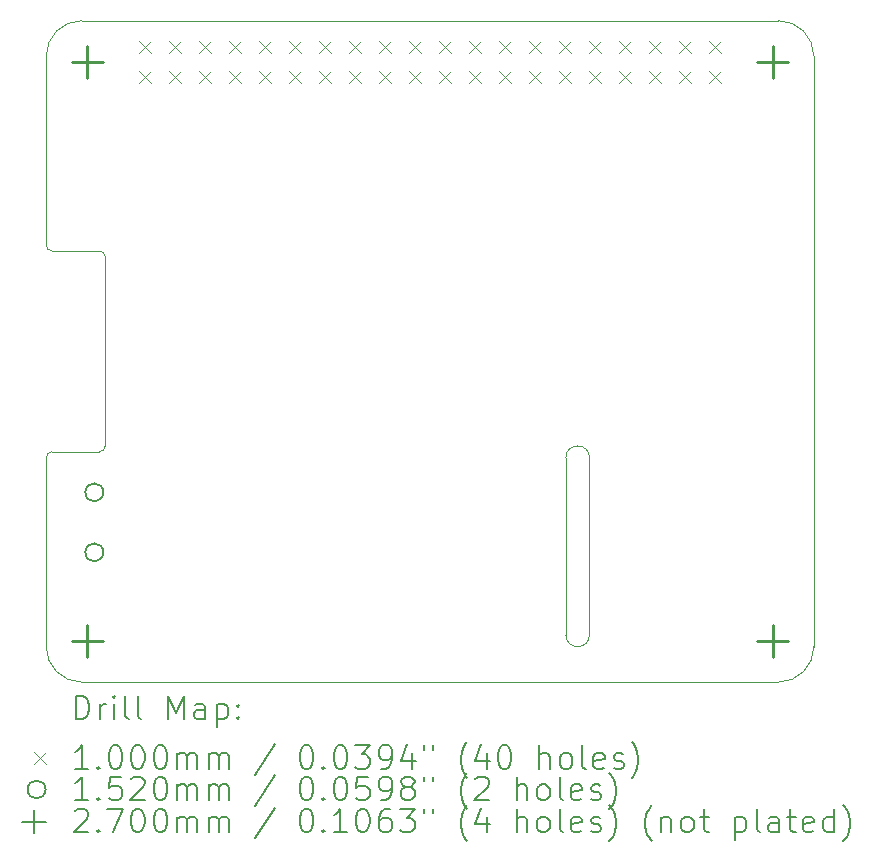
<source format=gbr>
%FSLAX45Y45*%
G04 Gerber Fmt 4.5, Leading zero omitted, Abs format (unit mm)*
G04 Created by KiCad (PCBNEW (6.0.0)) date 2022-03-06 11:06:10*
%MOMM*%
%LPD*%
G01*
G04 APERTURE LIST*
%TA.AperFunction,Profile*%
%ADD10C,0.100000*%
%TD*%
%ADD11C,0.200000*%
%ADD12C,0.100000*%
%ADD13C,0.152000*%
%ADD14C,0.270000*%
G04 APERTURE END LIST*
D10*
X4600000Y1900000D02*
G75*
G03*
X4400000Y1900000I-100000J0D01*
G01*
X6500000Y5300000D02*
G75*
G03*
X6200000Y5600000I-300000J0D01*
G01*
X450000Y1950000D02*
X50000Y1950000D01*
X0Y1900000D02*
X0Y300000D01*
X500000Y3600000D02*
X500000Y2000000D01*
X6200000Y5600000D02*
X300000Y5600000D01*
X49913Y1950000D02*
G75*
G03*
X0Y1900000I87J-50000D01*
G01*
X4600000Y1900000D02*
X4600000Y400000D01*
X450000Y1950000D02*
G75*
G03*
X500000Y2000000I0J50000D01*
G01*
X300000Y0D02*
X6200000Y0D01*
X300000Y5600000D02*
G75*
G03*
X0Y5300000I0J-300000D01*
G01*
X0Y3700000D02*
G75*
G03*
X50000Y3650000I50000J0D01*
G01*
X4400000Y400000D02*
G75*
G03*
X4600000Y400000I100000J0D01*
G01*
X0Y300000D02*
G75*
G03*
X300000Y0I300000J0D01*
G01*
X500000Y3600000D02*
G75*
G03*
X450000Y3650000I-50000J0D01*
G01*
X6200000Y0D02*
G75*
G03*
X6500000Y300000I0J300000D01*
G01*
X6500000Y300000D02*
X6500000Y5300000D01*
X0Y5300000D02*
X0Y3700000D01*
X50000Y3650000D02*
X450000Y3650000D01*
X4400000Y400000D02*
X4400000Y1900000D01*
D11*
D12*
X787000Y5427000D02*
X887000Y5327000D01*
X887000Y5427000D02*
X787000Y5327000D01*
X787000Y5173000D02*
X887000Y5073000D01*
X887000Y5173000D02*
X787000Y5073000D01*
X1041000Y5427000D02*
X1141000Y5327000D01*
X1141000Y5427000D02*
X1041000Y5327000D01*
X1041000Y5173000D02*
X1141000Y5073000D01*
X1141000Y5173000D02*
X1041000Y5073000D01*
X1295000Y5427000D02*
X1395000Y5327000D01*
X1395000Y5427000D02*
X1295000Y5327000D01*
X1295000Y5173000D02*
X1395000Y5073000D01*
X1395000Y5173000D02*
X1295000Y5073000D01*
X1549000Y5427000D02*
X1649000Y5327000D01*
X1649000Y5427000D02*
X1549000Y5327000D01*
X1549000Y5173000D02*
X1649000Y5073000D01*
X1649000Y5173000D02*
X1549000Y5073000D01*
X1803000Y5427000D02*
X1903000Y5327000D01*
X1903000Y5427000D02*
X1803000Y5327000D01*
X1803000Y5173000D02*
X1903000Y5073000D01*
X1903000Y5173000D02*
X1803000Y5073000D01*
X2057000Y5427000D02*
X2157000Y5327000D01*
X2157000Y5427000D02*
X2057000Y5327000D01*
X2057000Y5173000D02*
X2157000Y5073000D01*
X2157000Y5173000D02*
X2057000Y5073000D01*
X2311000Y5427000D02*
X2411000Y5327000D01*
X2411000Y5427000D02*
X2311000Y5327000D01*
X2311000Y5173000D02*
X2411000Y5073000D01*
X2411000Y5173000D02*
X2311000Y5073000D01*
X2565000Y5427000D02*
X2665000Y5327000D01*
X2665000Y5427000D02*
X2565000Y5327000D01*
X2565000Y5173000D02*
X2665000Y5073000D01*
X2665000Y5173000D02*
X2565000Y5073000D01*
X2819000Y5427000D02*
X2919000Y5327000D01*
X2919000Y5427000D02*
X2819000Y5327000D01*
X2819000Y5173000D02*
X2919000Y5073000D01*
X2919000Y5173000D02*
X2819000Y5073000D01*
X3073000Y5427000D02*
X3173000Y5327000D01*
X3173000Y5427000D02*
X3073000Y5327000D01*
X3073000Y5173000D02*
X3173000Y5073000D01*
X3173000Y5173000D02*
X3073000Y5073000D01*
X3327000Y5427000D02*
X3427000Y5327000D01*
X3427000Y5427000D02*
X3327000Y5327000D01*
X3327000Y5173000D02*
X3427000Y5073000D01*
X3427000Y5173000D02*
X3327000Y5073000D01*
X3581000Y5427000D02*
X3681000Y5327000D01*
X3681000Y5427000D02*
X3581000Y5327000D01*
X3581000Y5173000D02*
X3681000Y5073000D01*
X3681000Y5173000D02*
X3581000Y5073000D01*
X3835000Y5427000D02*
X3935000Y5327000D01*
X3935000Y5427000D02*
X3835000Y5327000D01*
X3835000Y5173000D02*
X3935000Y5073000D01*
X3935000Y5173000D02*
X3835000Y5073000D01*
X4089000Y5427000D02*
X4189000Y5327000D01*
X4189000Y5427000D02*
X4089000Y5327000D01*
X4089000Y5173000D02*
X4189000Y5073000D01*
X4189000Y5173000D02*
X4089000Y5073000D01*
X4343000Y5427000D02*
X4443000Y5327000D01*
X4443000Y5427000D02*
X4343000Y5327000D01*
X4343000Y5173000D02*
X4443000Y5073000D01*
X4443000Y5173000D02*
X4343000Y5073000D01*
X4597000Y5427000D02*
X4697000Y5327000D01*
X4697000Y5427000D02*
X4597000Y5327000D01*
X4597000Y5173000D02*
X4697000Y5073000D01*
X4697000Y5173000D02*
X4597000Y5073000D01*
X4851000Y5427000D02*
X4951000Y5327000D01*
X4951000Y5427000D02*
X4851000Y5327000D01*
X4851000Y5173000D02*
X4951000Y5073000D01*
X4951000Y5173000D02*
X4851000Y5073000D01*
X5105000Y5427000D02*
X5205000Y5327000D01*
X5205000Y5427000D02*
X5105000Y5327000D01*
X5105000Y5173000D02*
X5205000Y5073000D01*
X5205000Y5173000D02*
X5105000Y5073000D01*
X5359000Y5427000D02*
X5459000Y5327000D01*
X5459000Y5427000D02*
X5359000Y5327000D01*
X5359000Y5173000D02*
X5459000Y5073000D01*
X5459000Y5173000D02*
X5359000Y5073000D01*
X5613000Y5427000D02*
X5713000Y5327000D01*
X5713000Y5427000D02*
X5613000Y5327000D01*
X5613000Y5173000D02*
X5713000Y5073000D01*
X5713000Y5173000D02*
X5613000Y5073000D01*
D13*
X483500Y1606500D02*
G75*
G03*
X483500Y1606500I-76000J0D01*
G01*
X483500Y1098500D02*
G75*
G03*
X483500Y1098500I-76000J0D01*
G01*
D14*
X350000Y5385000D02*
X350000Y5115000D01*
X215000Y5250000D02*
X485000Y5250000D01*
X350000Y485000D02*
X350000Y215000D01*
X215000Y350000D02*
X485000Y350000D01*
X6150000Y5385000D02*
X6150000Y5115000D01*
X6015000Y5250000D02*
X6285000Y5250000D01*
X6150000Y485000D02*
X6150000Y215000D01*
X6015000Y350000D02*
X6285000Y350000D01*
D11*
X252619Y-315476D02*
X252619Y-115476D01*
X300238Y-115476D01*
X328810Y-125000D01*
X347857Y-144048D01*
X357381Y-163095D01*
X366905Y-201190D01*
X366905Y-229762D01*
X357381Y-267857D01*
X347857Y-286905D01*
X328810Y-305952D01*
X300238Y-315476D01*
X252619Y-315476D01*
X452619Y-315476D02*
X452619Y-182143D01*
X452619Y-220238D02*
X462143Y-201190D01*
X471667Y-191667D01*
X490714Y-182143D01*
X509762Y-182143D01*
X576429Y-315476D02*
X576429Y-182143D01*
X576429Y-115476D02*
X566905Y-125000D01*
X576429Y-134524D01*
X585952Y-125000D01*
X576429Y-115476D01*
X576429Y-134524D01*
X700238Y-315476D02*
X681190Y-305952D01*
X671667Y-286905D01*
X671667Y-115476D01*
X805000Y-315476D02*
X785952Y-305952D01*
X776428Y-286905D01*
X776428Y-115476D01*
X1033571Y-315476D02*
X1033571Y-115476D01*
X1100238Y-258333D01*
X1166905Y-115476D01*
X1166905Y-315476D01*
X1347857Y-315476D02*
X1347857Y-210714D01*
X1338333Y-191667D01*
X1319286Y-182143D01*
X1281190Y-182143D01*
X1262143Y-191667D01*
X1347857Y-305952D02*
X1328810Y-315476D01*
X1281190Y-315476D01*
X1262143Y-305952D01*
X1252619Y-286905D01*
X1252619Y-267857D01*
X1262143Y-248809D01*
X1281190Y-239286D01*
X1328810Y-239286D01*
X1347857Y-229762D01*
X1443095Y-182143D02*
X1443095Y-382143D01*
X1443095Y-191667D02*
X1462143Y-182143D01*
X1500238Y-182143D01*
X1519286Y-191667D01*
X1528809Y-201190D01*
X1538333Y-220238D01*
X1538333Y-277381D01*
X1528809Y-296429D01*
X1519286Y-305952D01*
X1500238Y-315476D01*
X1462143Y-315476D01*
X1443095Y-305952D01*
X1624048Y-296429D02*
X1633571Y-305952D01*
X1624048Y-315476D01*
X1614524Y-305952D01*
X1624048Y-296429D01*
X1624048Y-315476D01*
X1624048Y-191667D02*
X1633571Y-201190D01*
X1624048Y-210714D01*
X1614524Y-201190D01*
X1624048Y-191667D01*
X1624048Y-210714D01*
D12*
X-105000Y-595000D02*
X-5000Y-695000D01*
X-5000Y-595000D02*
X-105000Y-695000D01*
D11*
X357381Y-735476D02*
X243095Y-735476D01*
X300238Y-735476D02*
X300238Y-535476D01*
X281190Y-564048D01*
X262143Y-583095D01*
X243095Y-592619D01*
X443095Y-716428D02*
X452619Y-725952D01*
X443095Y-735476D01*
X433571Y-725952D01*
X443095Y-716428D01*
X443095Y-735476D01*
X576429Y-535476D02*
X595476Y-535476D01*
X614524Y-545000D01*
X624048Y-554524D01*
X633571Y-573571D01*
X643095Y-611667D01*
X643095Y-659286D01*
X633571Y-697381D01*
X624048Y-716428D01*
X614524Y-725952D01*
X595476Y-735476D01*
X576429Y-735476D01*
X557381Y-725952D01*
X547857Y-716428D01*
X538333Y-697381D01*
X528810Y-659286D01*
X528810Y-611667D01*
X538333Y-573571D01*
X547857Y-554524D01*
X557381Y-545000D01*
X576429Y-535476D01*
X766905Y-535476D02*
X785952Y-535476D01*
X805000Y-545000D01*
X814524Y-554524D01*
X824048Y-573571D01*
X833571Y-611667D01*
X833571Y-659286D01*
X824048Y-697381D01*
X814524Y-716428D01*
X805000Y-725952D01*
X785952Y-735476D01*
X766905Y-735476D01*
X747857Y-725952D01*
X738333Y-716428D01*
X728809Y-697381D01*
X719286Y-659286D01*
X719286Y-611667D01*
X728809Y-573571D01*
X738333Y-554524D01*
X747857Y-545000D01*
X766905Y-535476D01*
X957381Y-535476D02*
X976428Y-535476D01*
X995476Y-545000D01*
X1005000Y-554524D01*
X1014524Y-573571D01*
X1024048Y-611667D01*
X1024048Y-659286D01*
X1014524Y-697381D01*
X1005000Y-716428D01*
X995476Y-725952D01*
X976428Y-735476D01*
X957381Y-735476D01*
X938333Y-725952D01*
X928809Y-716428D01*
X919286Y-697381D01*
X909762Y-659286D01*
X909762Y-611667D01*
X919286Y-573571D01*
X928809Y-554524D01*
X938333Y-545000D01*
X957381Y-535476D01*
X1109762Y-735476D02*
X1109762Y-602143D01*
X1109762Y-621190D02*
X1119286Y-611667D01*
X1138333Y-602143D01*
X1166905Y-602143D01*
X1185952Y-611667D01*
X1195476Y-630714D01*
X1195476Y-735476D01*
X1195476Y-630714D02*
X1205000Y-611667D01*
X1224048Y-602143D01*
X1252619Y-602143D01*
X1271667Y-611667D01*
X1281190Y-630714D01*
X1281190Y-735476D01*
X1376429Y-735476D02*
X1376429Y-602143D01*
X1376429Y-621190D02*
X1385952Y-611667D01*
X1405000Y-602143D01*
X1433571Y-602143D01*
X1452619Y-611667D01*
X1462143Y-630714D01*
X1462143Y-735476D01*
X1462143Y-630714D02*
X1471667Y-611667D01*
X1490714Y-602143D01*
X1519286Y-602143D01*
X1538333Y-611667D01*
X1547857Y-630714D01*
X1547857Y-735476D01*
X1938333Y-525952D02*
X1766905Y-783095D01*
X2195476Y-535476D02*
X2214524Y-535476D01*
X2233571Y-545000D01*
X2243095Y-554524D01*
X2252619Y-573571D01*
X2262143Y-611667D01*
X2262143Y-659286D01*
X2252619Y-697381D01*
X2243095Y-716428D01*
X2233571Y-725952D01*
X2214524Y-735476D01*
X2195476Y-735476D01*
X2176429Y-725952D01*
X2166905Y-716428D01*
X2157381Y-697381D01*
X2147857Y-659286D01*
X2147857Y-611667D01*
X2157381Y-573571D01*
X2166905Y-554524D01*
X2176429Y-545000D01*
X2195476Y-535476D01*
X2347857Y-716428D02*
X2357381Y-725952D01*
X2347857Y-735476D01*
X2338333Y-725952D01*
X2347857Y-716428D01*
X2347857Y-735476D01*
X2481190Y-535476D02*
X2500238Y-535476D01*
X2519286Y-545000D01*
X2528810Y-554524D01*
X2538333Y-573571D01*
X2547857Y-611667D01*
X2547857Y-659286D01*
X2538333Y-697381D01*
X2528810Y-716428D01*
X2519286Y-725952D01*
X2500238Y-735476D01*
X2481190Y-735476D01*
X2462143Y-725952D01*
X2452619Y-716428D01*
X2443095Y-697381D01*
X2433571Y-659286D01*
X2433571Y-611667D01*
X2443095Y-573571D01*
X2452619Y-554524D01*
X2462143Y-545000D01*
X2481190Y-535476D01*
X2614524Y-535476D02*
X2738333Y-535476D01*
X2671667Y-611667D01*
X2700238Y-611667D01*
X2719286Y-621190D01*
X2728810Y-630714D01*
X2738333Y-649762D01*
X2738333Y-697381D01*
X2728810Y-716428D01*
X2719286Y-725952D01*
X2700238Y-735476D01*
X2643095Y-735476D01*
X2624048Y-725952D01*
X2614524Y-716428D01*
X2833571Y-735476D02*
X2871667Y-735476D01*
X2890714Y-725952D01*
X2900238Y-716428D01*
X2919286Y-687857D01*
X2928809Y-649762D01*
X2928809Y-573571D01*
X2919286Y-554524D01*
X2909762Y-545000D01*
X2890714Y-535476D01*
X2852619Y-535476D01*
X2833571Y-545000D01*
X2824048Y-554524D01*
X2814524Y-573571D01*
X2814524Y-621190D01*
X2824048Y-640238D01*
X2833571Y-649762D01*
X2852619Y-659286D01*
X2890714Y-659286D01*
X2909762Y-649762D01*
X2919286Y-640238D01*
X2928809Y-621190D01*
X3100238Y-602143D02*
X3100238Y-735476D01*
X3052619Y-525952D02*
X3005000Y-668810D01*
X3128809Y-668810D01*
X3195476Y-535476D02*
X3195476Y-573571D01*
X3271667Y-535476D02*
X3271667Y-573571D01*
X3566905Y-811667D02*
X3557381Y-802143D01*
X3538333Y-773571D01*
X3528809Y-754524D01*
X3519286Y-725952D01*
X3509762Y-678333D01*
X3509762Y-640238D01*
X3519286Y-592619D01*
X3528809Y-564048D01*
X3538333Y-545000D01*
X3557381Y-516428D01*
X3566905Y-506905D01*
X3728809Y-602143D02*
X3728809Y-735476D01*
X3681190Y-525952D02*
X3633571Y-668810D01*
X3757381Y-668810D01*
X3871667Y-535476D02*
X3890714Y-535476D01*
X3909762Y-545000D01*
X3919286Y-554524D01*
X3928809Y-573571D01*
X3938333Y-611667D01*
X3938333Y-659286D01*
X3928809Y-697381D01*
X3919286Y-716428D01*
X3909762Y-725952D01*
X3890714Y-735476D01*
X3871667Y-735476D01*
X3852619Y-725952D01*
X3843095Y-716428D01*
X3833571Y-697381D01*
X3824048Y-659286D01*
X3824048Y-611667D01*
X3833571Y-573571D01*
X3843095Y-554524D01*
X3852619Y-545000D01*
X3871667Y-535476D01*
X4176428Y-735476D02*
X4176428Y-535476D01*
X4262143Y-735476D02*
X4262143Y-630714D01*
X4252619Y-611667D01*
X4233571Y-602143D01*
X4205000Y-602143D01*
X4185952Y-611667D01*
X4176428Y-621190D01*
X4385952Y-735476D02*
X4366905Y-725952D01*
X4357381Y-716428D01*
X4347857Y-697381D01*
X4347857Y-640238D01*
X4357381Y-621190D01*
X4366905Y-611667D01*
X4385952Y-602143D01*
X4414524Y-602143D01*
X4433571Y-611667D01*
X4443095Y-621190D01*
X4452619Y-640238D01*
X4452619Y-697381D01*
X4443095Y-716428D01*
X4433571Y-725952D01*
X4414524Y-735476D01*
X4385952Y-735476D01*
X4566905Y-735476D02*
X4547857Y-725952D01*
X4538333Y-706905D01*
X4538333Y-535476D01*
X4719286Y-725952D02*
X4700238Y-735476D01*
X4662143Y-735476D01*
X4643095Y-725952D01*
X4633571Y-706905D01*
X4633571Y-630714D01*
X4643095Y-611667D01*
X4662143Y-602143D01*
X4700238Y-602143D01*
X4719286Y-611667D01*
X4728810Y-630714D01*
X4728810Y-649762D01*
X4633571Y-668810D01*
X4805000Y-725952D02*
X4824048Y-735476D01*
X4862143Y-735476D01*
X4881190Y-725952D01*
X4890714Y-706905D01*
X4890714Y-697381D01*
X4881190Y-678333D01*
X4862143Y-668810D01*
X4833571Y-668810D01*
X4814524Y-659286D01*
X4805000Y-640238D01*
X4805000Y-630714D01*
X4814524Y-611667D01*
X4833571Y-602143D01*
X4862143Y-602143D01*
X4881190Y-611667D01*
X4957381Y-811667D02*
X4966905Y-802143D01*
X4985952Y-773571D01*
X4995476Y-754524D01*
X5005000Y-725952D01*
X5014524Y-678333D01*
X5014524Y-640238D01*
X5005000Y-592619D01*
X4995476Y-564048D01*
X4985952Y-545000D01*
X4966905Y-516428D01*
X4957381Y-506905D01*
D13*
X-5000Y-909000D02*
G75*
G03*
X-5000Y-909000I-76000J0D01*
G01*
D11*
X357381Y-999476D02*
X243095Y-999476D01*
X300238Y-999476D02*
X300238Y-799476D01*
X281190Y-828048D01*
X262143Y-847095D01*
X243095Y-856619D01*
X443095Y-980428D02*
X452619Y-989952D01*
X443095Y-999476D01*
X433571Y-989952D01*
X443095Y-980428D01*
X443095Y-999476D01*
X633571Y-799476D02*
X538333Y-799476D01*
X528810Y-894714D01*
X538333Y-885190D01*
X557381Y-875667D01*
X605000Y-875667D01*
X624048Y-885190D01*
X633571Y-894714D01*
X643095Y-913762D01*
X643095Y-961381D01*
X633571Y-980428D01*
X624048Y-989952D01*
X605000Y-999476D01*
X557381Y-999476D01*
X538333Y-989952D01*
X528810Y-980428D01*
X719286Y-818524D02*
X728809Y-809000D01*
X747857Y-799476D01*
X795476Y-799476D01*
X814524Y-809000D01*
X824048Y-818524D01*
X833571Y-837571D01*
X833571Y-856619D01*
X824048Y-885190D01*
X709762Y-999476D01*
X833571Y-999476D01*
X957381Y-799476D02*
X976428Y-799476D01*
X995476Y-809000D01*
X1005000Y-818524D01*
X1014524Y-837571D01*
X1024048Y-875667D01*
X1024048Y-923286D01*
X1014524Y-961381D01*
X1005000Y-980428D01*
X995476Y-989952D01*
X976428Y-999476D01*
X957381Y-999476D01*
X938333Y-989952D01*
X928809Y-980428D01*
X919286Y-961381D01*
X909762Y-923286D01*
X909762Y-875667D01*
X919286Y-837571D01*
X928809Y-818524D01*
X938333Y-809000D01*
X957381Y-799476D01*
X1109762Y-999476D02*
X1109762Y-866143D01*
X1109762Y-885190D02*
X1119286Y-875667D01*
X1138333Y-866143D01*
X1166905Y-866143D01*
X1185952Y-875667D01*
X1195476Y-894714D01*
X1195476Y-999476D01*
X1195476Y-894714D02*
X1205000Y-875667D01*
X1224048Y-866143D01*
X1252619Y-866143D01*
X1271667Y-875667D01*
X1281190Y-894714D01*
X1281190Y-999476D01*
X1376429Y-999476D02*
X1376429Y-866143D01*
X1376429Y-885190D02*
X1385952Y-875667D01*
X1405000Y-866143D01*
X1433571Y-866143D01*
X1452619Y-875667D01*
X1462143Y-894714D01*
X1462143Y-999476D01*
X1462143Y-894714D02*
X1471667Y-875667D01*
X1490714Y-866143D01*
X1519286Y-866143D01*
X1538333Y-875667D01*
X1547857Y-894714D01*
X1547857Y-999476D01*
X1938333Y-789952D02*
X1766905Y-1047095D01*
X2195476Y-799476D02*
X2214524Y-799476D01*
X2233571Y-809000D01*
X2243095Y-818524D01*
X2252619Y-837571D01*
X2262143Y-875667D01*
X2262143Y-923286D01*
X2252619Y-961381D01*
X2243095Y-980428D01*
X2233571Y-989952D01*
X2214524Y-999476D01*
X2195476Y-999476D01*
X2176429Y-989952D01*
X2166905Y-980428D01*
X2157381Y-961381D01*
X2147857Y-923286D01*
X2147857Y-875667D01*
X2157381Y-837571D01*
X2166905Y-818524D01*
X2176429Y-809000D01*
X2195476Y-799476D01*
X2347857Y-980428D02*
X2357381Y-989952D01*
X2347857Y-999476D01*
X2338333Y-989952D01*
X2347857Y-980428D01*
X2347857Y-999476D01*
X2481190Y-799476D02*
X2500238Y-799476D01*
X2519286Y-809000D01*
X2528810Y-818524D01*
X2538333Y-837571D01*
X2547857Y-875667D01*
X2547857Y-923286D01*
X2538333Y-961381D01*
X2528810Y-980428D01*
X2519286Y-989952D01*
X2500238Y-999476D01*
X2481190Y-999476D01*
X2462143Y-989952D01*
X2452619Y-980428D01*
X2443095Y-961381D01*
X2433571Y-923286D01*
X2433571Y-875667D01*
X2443095Y-837571D01*
X2452619Y-818524D01*
X2462143Y-809000D01*
X2481190Y-799476D01*
X2728810Y-799476D02*
X2633571Y-799476D01*
X2624048Y-894714D01*
X2633571Y-885190D01*
X2652619Y-875667D01*
X2700238Y-875667D01*
X2719286Y-885190D01*
X2728810Y-894714D01*
X2738333Y-913762D01*
X2738333Y-961381D01*
X2728810Y-980428D01*
X2719286Y-989952D01*
X2700238Y-999476D01*
X2652619Y-999476D01*
X2633571Y-989952D01*
X2624048Y-980428D01*
X2833571Y-999476D02*
X2871667Y-999476D01*
X2890714Y-989952D01*
X2900238Y-980428D01*
X2919286Y-951857D01*
X2928809Y-913762D01*
X2928809Y-837571D01*
X2919286Y-818524D01*
X2909762Y-809000D01*
X2890714Y-799476D01*
X2852619Y-799476D01*
X2833571Y-809000D01*
X2824048Y-818524D01*
X2814524Y-837571D01*
X2814524Y-885190D01*
X2824048Y-904238D01*
X2833571Y-913762D01*
X2852619Y-923286D01*
X2890714Y-923286D01*
X2909762Y-913762D01*
X2919286Y-904238D01*
X2928809Y-885190D01*
X3043095Y-885190D02*
X3024048Y-875667D01*
X3014524Y-866143D01*
X3005000Y-847095D01*
X3005000Y-837571D01*
X3014524Y-818524D01*
X3024048Y-809000D01*
X3043095Y-799476D01*
X3081190Y-799476D01*
X3100238Y-809000D01*
X3109762Y-818524D01*
X3119286Y-837571D01*
X3119286Y-847095D01*
X3109762Y-866143D01*
X3100238Y-875667D01*
X3081190Y-885190D01*
X3043095Y-885190D01*
X3024048Y-894714D01*
X3014524Y-904238D01*
X3005000Y-923286D01*
X3005000Y-961381D01*
X3014524Y-980428D01*
X3024048Y-989952D01*
X3043095Y-999476D01*
X3081190Y-999476D01*
X3100238Y-989952D01*
X3109762Y-980428D01*
X3119286Y-961381D01*
X3119286Y-923286D01*
X3109762Y-904238D01*
X3100238Y-894714D01*
X3081190Y-885190D01*
X3195476Y-799476D02*
X3195476Y-837571D01*
X3271667Y-799476D02*
X3271667Y-837571D01*
X3566905Y-1075667D02*
X3557381Y-1066143D01*
X3538333Y-1037571D01*
X3528809Y-1018524D01*
X3519286Y-989952D01*
X3509762Y-942333D01*
X3509762Y-904238D01*
X3519286Y-856619D01*
X3528809Y-828048D01*
X3538333Y-809000D01*
X3557381Y-780428D01*
X3566905Y-770905D01*
X3633571Y-818524D02*
X3643095Y-809000D01*
X3662143Y-799476D01*
X3709762Y-799476D01*
X3728809Y-809000D01*
X3738333Y-818524D01*
X3747857Y-837571D01*
X3747857Y-856619D01*
X3738333Y-885190D01*
X3624048Y-999476D01*
X3747857Y-999476D01*
X3985952Y-999476D02*
X3985952Y-799476D01*
X4071667Y-999476D02*
X4071667Y-894714D01*
X4062143Y-875667D01*
X4043095Y-866143D01*
X4014524Y-866143D01*
X3995476Y-875667D01*
X3985952Y-885190D01*
X4195476Y-999476D02*
X4176428Y-989952D01*
X4166905Y-980428D01*
X4157381Y-961381D01*
X4157381Y-904238D01*
X4166905Y-885190D01*
X4176428Y-875667D01*
X4195476Y-866143D01*
X4224048Y-866143D01*
X4243095Y-875667D01*
X4252619Y-885190D01*
X4262143Y-904238D01*
X4262143Y-961381D01*
X4252619Y-980428D01*
X4243095Y-989952D01*
X4224048Y-999476D01*
X4195476Y-999476D01*
X4376429Y-999476D02*
X4357381Y-989952D01*
X4347857Y-970905D01*
X4347857Y-799476D01*
X4528810Y-989952D02*
X4509762Y-999476D01*
X4471667Y-999476D01*
X4452619Y-989952D01*
X4443095Y-970905D01*
X4443095Y-894714D01*
X4452619Y-875667D01*
X4471667Y-866143D01*
X4509762Y-866143D01*
X4528810Y-875667D01*
X4538333Y-894714D01*
X4538333Y-913762D01*
X4443095Y-932809D01*
X4614524Y-989952D02*
X4633571Y-999476D01*
X4671667Y-999476D01*
X4690714Y-989952D01*
X4700238Y-970905D01*
X4700238Y-961381D01*
X4690714Y-942333D01*
X4671667Y-932809D01*
X4643095Y-932809D01*
X4624048Y-923286D01*
X4614524Y-904238D01*
X4614524Y-894714D01*
X4624048Y-875667D01*
X4643095Y-866143D01*
X4671667Y-866143D01*
X4690714Y-875667D01*
X4766905Y-1075667D02*
X4776429Y-1066143D01*
X4795476Y-1037571D01*
X4805000Y-1018524D01*
X4814524Y-989952D01*
X4824048Y-942333D01*
X4824048Y-904238D01*
X4814524Y-856619D01*
X4805000Y-828048D01*
X4795476Y-809000D01*
X4776429Y-780428D01*
X4766905Y-770905D01*
X-105000Y-1081000D02*
X-105000Y-1281000D01*
X-205000Y-1181000D02*
X-5000Y-1181000D01*
X243095Y-1090524D02*
X252619Y-1081000D01*
X271667Y-1071476D01*
X319286Y-1071476D01*
X338333Y-1081000D01*
X347857Y-1090524D01*
X357381Y-1109571D01*
X357381Y-1128619D01*
X347857Y-1157190D01*
X233571Y-1271476D01*
X357381Y-1271476D01*
X443095Y-1252429D02*
X452619Y-1261952D01*
X443095Y-1271476D01*
X433571Y-1261952D01*
X443095Y-1252429D01*
X443095Y-1271476D01*
X519286Y-1071476D02*
X652619Y-1071476D01*
X566905Y-1271476D01*
X766905Y-1071476D02*
X785952Y-1071476D01*
X805000Y-1081000D01*
X814524Y-1090524D01*
X824048Y-1109571D01*
X833571Y-1147667D01*
X833571Y-1195286D01*
X824048Y-1233381D01*
X814524Y-1252429D01*
X805000Y-1261952D01*
X785952Y-1271476D01*
X766905Y-1271476D01*
X747857Y-1261952D01*
X738333Y-1252429D01*
X728809Y-1233381D01*
X719286Y-1195286D01*
X719286Y-1147667D01*
X728809Y-1109571D01*
X738333Y-1090524D01*
X747857Y-1081000D01*
X766905Y-1071476D01*
X957381Y-1071476D02*
X976428Y-1071476D01*
X995476Y-1081000D01*
X1005000Y-1090524D01*
X1014524Y-1109571D01*
X1024048Y-1147667D01*
X1024048Y-1195286D01*
X1014524Y-1233381D01*
X1005000Y-1252429D01*
X995476Y-1261952D01*
X976428Y-1271476D01*
X957381Y-1271476D01*
X938333Y-1261952D01*
X928809Y-1252429D01*
X919286Y-1233381D01*
X909762Y-1195286D01*
X909762Y-1147667D01*
X919286Y-1109571D01*
X928809Y-1090524D01*
X938333Y-1081000D01*
X957381Y-1071476D01*
X1109762Y-1271476D02*
X1109762Y-1138143D01*
X1109762Y-1157190D02*
X1119286Y-1147667D01*
X1138333Y-1138143D01*
X1166905Y-1138143D01*
X1185952Y-1147667D01*
X1195476Y-1166714D01*
X1195476Y-1271476D01*
X1195476Y-1166714D02*
X1205000Y-1147667D01*
X1224048Y-1138143D01*
X1252619Y-1138143D01*
X1271667Y-1147667D01*
X1281190Y-1166714D01*
X1281190Y-1271476D01*
X1376429Y-1271476D02*
X1376429Y-1138143D01*
X1376429Y-1157190D02*
X1385952Y-1147667D01*
X1405000Y-1138143D01*
X1433571Y-1138143D01*
X1452619Y-1147667D01*
X1462143Y-1166714D01*
X1462143Y-1271476D01*
X1462143Y-1166714D02*
X1471667Y-1147667D01*
X1490714Y-1138143D01*
X1519286Y-1138143D01*
X1538333Y-1147667D01*
X1547857Y-1166714D01*
X1547857Y-1271476D01*
X1938333Y-1061952D02*
X1766905Y-1319095D01*
X2195476Y-1071476D02*
X2214524Y-1071476D01*
X2233571Y-1081000D01*
X2243095Y-1090524D01*
X2252619Y-1109571D01*
X2262143Y-1147667D01*
X2262143Y-1195286D01*
X2252619Y-1233381D01*
X2243095Y-1252429D01*
X2233571Y-1261952D01*
X2214524Y-1271476D01*
X2195476Y-1271476D01*
X2176429Y-1261952D01*
X2166905Y-1252429D01*
X2157381Y-1233381D01*
X2147857Y-1195286D01*
X2147857Y-1147667D01*
X2157381Y-1109571D01*
X2166905Y-1090524D01*
X2176429Y-1081000D01*
X2195476Y-1071476D01*
X2347857Y-1252429D02*
X2357381Y-1261952D01*
X2347857Y-1271476D01*
X2338333Y-1261952D01*
X2347857Y-1252429D01*
X2347857Y-1271476D01*
X2547857Y-1271476D02*
X2433571Y-1271476D01*
X2490714Y-1271476D02*
X2490714Y-1071476D01*
X2471667Y-1100048D01*
X2452619Y-1119095D01*
X2433571Y-1128619D01*
X2671667Y-1071476D02*
X2690714Y-1071476D01*
X2709762Y-1081000D01*
X2719286Y-1090524D01*
X2728810Y-1109571D01*
X2738333Y-1147667D01*
X2738333Y-1195286D01*
X2728810Y-1233381D01*
X2719286Y-1252429D01*
X2709762Y-1261952D01*
X2690714Y-1271476D01*
X2671667Y-1271476D01*
X2652619Y-1261952D01*
X2643095Y-1252429D01*
X2633571Y-1233381D01*
X2624048Y-1195286D01*
X2624048Y-1147667D01*
X2633571Y-1109571D01*
X2643095Y-1090524D01*
X2652619Y-1081000D01*
X2671667Y-1071476D01*
X2909762Y-1071476D02*
X2871667Y-1071476D01*
X2852619Y-1081000D01*
X2843095Y-1090524D01*
X2824048Y-1119095D01*
X2814524Y-1157190D01*
X2814524Y-1233381D01*
X2824048Y-1252429D01*
X2833571Y-1261952D01*
X2852619Y-1271476D01*
X2890714Y-1271476D01*
X2909762Y-1261952D01*
X2919286Y-1252429D01*
X2928809Y-1233381D01*
X2928809Y-1185762D01*
X2919286Y-1166714D01*
X2909762Y-1157190D01*
X2890714Y-1147667D01*
X2852619Y-1147667D01*
X2833571Y-1157190D01*
X2824048Y-1166714D01*
X2814524Y-1185762D01*
X2995476Y-1071476D02*
X3119286Y-1071476D01*
X3052619Y-1147667D01*
X3081190Y-1147667D01*
X3100238Y-1157190D01*
X3109762Y-1166714D01*
X3119286Y-1185762D01*
X3119286Y-1233381D01*
X3109762Y-1252429D01*
X3100238Y-1261952D01*
X3081190Y-1271476D01*
X3024048Y-1271476D01*
X3005000Y-1261952D01*
X2995476Y-1252429D01*
X3195476Y-1071476D02*
X3195476Y-1109571D01*
X3271667Y-1071476D02*
X3271667Y-1109571D01*
X3566905Y-1347667D02*
X3557381Y-1338143D01*
X3538333Y-1309571D01*
X3528809Y-1290524D01*
X3519286Y-1261952D01*
X3509762Y-1214333D01*
X3509762Y-1176238D01*
X3519286Y-1128619D01*
X3528809Y-1100048D01*
X3538333Y-1081000D01*
X3557381Y-1052429D01*
X3566905Y-1042905D01*
X3728809Y-1138143D02*
X3728809Y-1271476D01*
X3681190Y-1061952D02*
X3633571Y-1204810D01*
X3757381Y-1204810D01*
X3985952Y-1271476D02*
X3985952Y-1071476D01*
X4071667Y-1271476D02*
X4071667Y-1166714D01*
X4062143Y-1147667D01*
X4043095Y-1138143D01*
X4014524Y-1138143D01*
X3995476Y-1147667D01*
X3985952Y-1157190D01*
X4195476Y-1271476D02*
X4176428Y-1261952D01*
X4166905Y-1252429D01*
X4157381Y-1233381D01*
X4157381Y-1176238D01*
X4166905Y-1157190D01*
X4176428Y-1147667D01*
X4195476Y-1138143D01*
X4224048Y-1138143D01*
X4243095Y-1147667D01*
X4252619Y-1157190D01*
X4262143Y-1176238D01*
X4262143Y-1233381D01*
X4252619Y-1252429D01*
X4243095Y-1261952D01*
X4224048Y-1271476D01*
X4195476Y-1271476D01*
X4376429Y-1271476D02*
X4357381Y-1261952D01*
X4347857Y-1242905D01*
X4347857Y-1071476D01*
X4528810Y-1261952D02*
X4509762Y-1271476D01*
X4471667Y-1271476D01*
X4452619Y-1261952D01*
X4443095Y-1242905D01*
X4443095Y-1166714D01*
X4452619Y-1147667D01*
X4471667Y-1138143D01*
X4509762Y-1138143D01*
X4528810Y-1147667D01*
X4538333Y-1166714D01*
X4538333Y-1185762D01*
X4443095Y-1204810D01*
X4614524Y-1261952D02*
X4633571Y-1271476D01*
X4671667Y-1271476D01*
X4690714Y-1261952D01*
X4700238Y-1242905D01*
X4700238Y-1233381D01*
X4690714Y-1214333D01*
X4671667Y-1204810D01*
X4643095Y-1204810D01*
X4624048Y-1195286D01*
X4614524Y-1176238D01*
X4614524Y-1166714D01*
X4624048Y-1147667D01*
X4643095Y-1138143D01*
X4671667Y-1138143D01*
X4690714Y-1147667D01*
X4766905Y-1347667D02*
X4776429Y-1338143D01*
X4795476Y-1309571D01*
X4805000Y-1290524D01*
X4814524Y-1261952D01*
X4824048Y-1214333D01*
X4824048Y-1176238D01*
X4814524Y-1128619D01*
X4805000Y-1100048D01*
X4795476Y-1081000D01*
X4776429Y-1052429D01*
X4766905Y-1042905D01*
X5128810Y-1347667D02*
X5119286Y-1338143D01*
X5100238Y-1309571D01*
X5090714Y-1290524D01*
X5081190Y-1261952D01*
X5071667Y-1214333D01*
X5071667Y-1176238D01*
X5081190Y-1128619D01*
X5090714Y-1100048D01*
X5100238Y-1081000D01*
X5119286Y-1052429D01*
X5128810Y-1042905D01*
X5205000Y-1138143D02*
X5205000Y-1271476D01*
X5205000Y-1157190D02*
X5214524Y-1147667D01*
X5233571Y-1138143D01*
X5262143Y-1138143D01*
X5281190Y-1147667D01*
X5290714Y-1166714D01*
X5290714Y-1271476D01*
X5414524Y-1271476D02*
X5395476Y-1261952D01*
X5385952Y-1252429D01*
X5376429Y-1233381D01*
X5376429Y-1176238D01*
X5385952Y-1157190D01*
X5395476Y-1147667D01*
X5414524Y-1138143D01*
X5443095Y-1138143D01*
X5462143Y-1147667D01*
X5471667Y-1157190D01*
X5481190Y-1176238D01*
X5481190Y-1233381D01*
X5471667Y-1252429D01*
X5462143Y-1261952D01*
X5443095Y-1271476D01*
X5414524Y-1271476D01*
X5538333Y-1138143D02*
X5614524Y-1138143D01*
X5566905Y-1071476D02*
X5566905Y-1242905D01*
X5576429Y-1261952D01*
X5595476Y-1271476D01*
X5614524Y-1271476D01*
X5833571Y-1138143D02*
X5833571Y-1338143D01*
X5833571Y-1147667D02*
X5852619Y-1138143D01*
X5890714Y-1138143D01*
X5909762Y-1147667D01*
X5919286Y-1157190D01*
X5928809Y-1176238D01*
X5928809Y-1233381D01*
X5919286Y-1252429D01*
X5909762Y-1261952D01*
X5890714Y-1271476D01*
X5852619Y-1271476D01*
X5833571Y-1261952D01*
X6043095Y-1271476D02*
X6024048Y-1261952D01*
X6014524Y-1242905D01*
X6014524Y-1071476D01*
X6205000Y-1271476D02*
X6205000Y-1166714D01*
X6195476Y-1147667D01*
X6176428Y-1138143D01*
X6138333Y-1138143D01*
X6119286Y-1147667D01*
X6205000Y-1261952D02*
X6185952Y-1271476D01*
X6138333Y-1271476D01*
X6119286Y-1261952D01*
X6109762Y-1242905D01*
X6109762Y-1223857D01*
X6119286Y-1204810D01*
X6138333Y-1195286D01*
X6185952Y-1195286D01*
X6205000Y-1185762D01*
X6271667Y-1138143D02*
X6347857Y-1138143D01*
X6300238Y-1071476D02*
X6300238Y-1242905D01*
X6309762Y-1261952D01*
X6328809Y-1271476D01*
X6347857Y-1271476D01*
X6490714Y-1261952D02*
X6471667Y-1271476D01*
X6433571Y-1271476D01*
X6414524Y-1261952D01*
X6405000Y-1242905D01*
X6405000Y-1166714D01*
X6414524Y-1147667D01*
X6433571Y-1138143D01*
X6471667Y-1138143D01*
X6490714Y-1147667D01*
X6500238Y-1166714D01*
X6500238Y-1185762D01*
X6405000Y-1204810D01*
X6671667Y-1271476D02*
X6671667Y-1071476D01*
X6671667Y-1261952D02*
X6652619Y-1271476D01*
X6614524Y-1271476D01*
X6595476Y-1261952D01*
X6585952Y-1252429D01*
X6576428Y-1233381D01*
X6576428Y-1176238D01*
X6585952Y-1157190D01*
X6595476Y-1147667D01*
X6614524Y-1138143D01*
X6652619Y-1138143D01*
X6671667Y-1147667D01*
X6747857Y-1347667D02*
X6757381Y-1338143D01*
X6776428Y-1309571D01*
X6785952Y-1290524D01*
X6795476Y-1261952D01*
X6805000Y-1214333D01*
X6805000Y-1176238D01*
X6795476Y-1128619D01*
X6785952Y-1100048D01*
X6776428Y-1081000D01*
X6757381Y-1052429D01*
X6747857Y-1042905D01*
M02*

</source>
